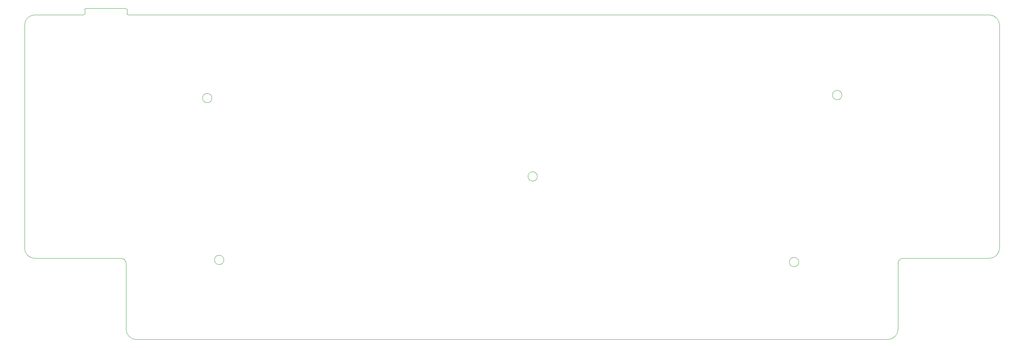
<source format=gbr>
%TF.GenerationSoftware,KiCad,Pcbnew,(7.0.0-0)*%
%TF.CreationDate,2023-04-18T09:58:13-04:00*%
%TF.ProjectId,pi0ii040,70693069-6930-4343-902e-6b696361645f,rev?*%
%TF.SameCoordinates,Original*%
%TF.FileFunction,Profile,NP*%
%FSLAX46Y46*%
G04 Gerber Fmt 4.6, Leading zero omitted, Abs format (unit mm)*
G04 Created by KiCad (PCBNEW (7.0.0-0)) date 2023-04-18 09:58:13*
%MOMM*%
%LPD*%
G01*
G04 APERTURE LIST*
%TA.AperFunction,Profile*%
%ADD10C,0.100000*%
%TD*%
G04 APERTURE END LIST*
D10*
%TO.C,H1*%
X28326250Y-57736875D02*
X28326250Y-110124375D01*
X30707500Y-55355625D02*
X42169250Y-55355625D01*
X30707500Y-112505625D02*
X50948125Y-112505625D01*
X42423250Y-54085625D02*
X42423250Y-55101625D01*
X42677250Y-53831625D02*
X52075250Y-53831625D01*
X52138750Y-113696250D02*
X52138750Y-129174375D01*
X52329250Y-54085625D02*
X52329250Y-55101625D01*
X52583250Y-55355625D02*
X254545000Y-55355625D01*
X54520000Y-131555625D02*
X230732500Y-131555625D01*
X233113750Y-129174375D02*
X233113750Y-113696250D01*
X234304375Y-112505625D02*
X254545000Y-112505625D01*
X256926250Y-110124375D02*
X256926250Y-57736875D01*
X30707500Y-55355625D02*
G75*
G03*
X28326250Y-57736875I0J-2381250D01*
G01*
X28326250Y-110124375D02*
G75*
G03*
X30707500Y-112505625I2381250J0D01*
G01*
X42677250Y-53831625D02*
G75*
G03*
X42423250Y-54085625I0J-254000D01*
G01*
X42169250Y-55355625D02*
G75*
G03*
X42423250Y-55101625I0J254000D01*
G01*
X52138750Y-113696250D02*
G75*
G03*
X50948125Y-112505625I-1190600J25D01*
G01*
X52329250Y-54085625D02*
G75*
G03*
X52075250Y-53831625I-254000J0D01*
G01*
X52329250Y-55101625D02*
G75*
G03*
X52583250Y-55355625I254000J0D01*
G01*
X52138750Y-129174375D02*
G75*
G03*
X54520000Y-131555625I2381250J0D01*
G01*
X234304375Y-112505625D02*
G75*
G03*
X233113750Y-113696250I-25J-1190600D01*
G01*
X230732500Y-131555625D02*
G75*
G03*
X233113750Y-129174375I-50J2381300D01*
G01*
X256926250Y-57736875D02*
G75*
G03*
X254545000Y-55355625I-2381300J-50D01*
G01*
X254545000Y-112505625D02*
G75*
G03*
X256926250Y-110124375I-50J2381300D01*
G01*
X72261208Y-74870529D02*
G75*
G03*
X72261208Y-74870529I-1100000J0D01*
G01*
X75061208Y-112870529D02*
G75*
G03*
X75061208Y-112870529I-1100000J0D01*
G01*
X148561208Y-93270529D02*
G75*
G03*
X148561208Y-93270529I-1100000J0D01*
G01*
X209861208Y-113370529D02*
G75*
G03*
X209861208Y-113370529I-1100000J0D01*
G01*
X219961208Y-74170529D02*
G75*
G03*
X219961208Y-74170529I-1100000J0D01*
G01*
%TD*%
M02*

</source>
